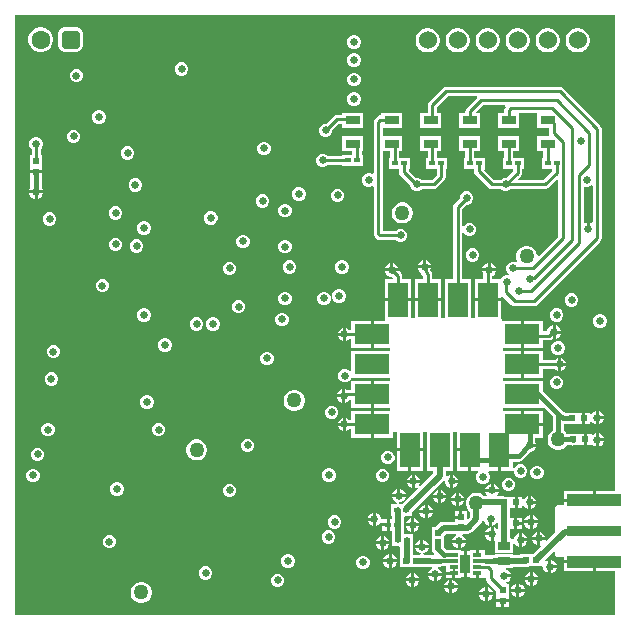
<source format=gtl>
G04*
G04 #@! TF.GenerationSoftware,Altium Limited,Altium Designer,24.9.1 (31)*
G04*
G04 Layer_Physical_Order=1*
G04 Layer_Color=255*
%FSLAX25Y25*%
%MOIN*%
G70*
G04*
G04 #@! TF.SameCoordinates,E493A569-BD46-4AD9-B400-18CC68C2C09C*
G04*
G04*
G04 #@! TF.FilePolarity,Positive*
G04*
G01*
G75*
%ADD11C,0.01000*%
%ADD17R,0.02165X0.02362*%
%ADD18R,0.11811X0.06693*%
%ADD19R,0.06693X0.11811*%
%ADD20R,0.17953X0.03937*%
%ADD21R,0.17953X0.03347*%
%ADD22R,0.01968X0.01772*%
%ADD23R,0.02047X0.02047*%
%ADD24R,0.04016X0.02520*%
%ADD25R,0.02953X0.01181*%
%ADD26R,0.03347X0.06496*%
%ADD27R,0.04900X0.03000*%
%ADD28R,0.01968X0.01968*%
%ADD29R,0.02047X0.02047*%
%ADD30R,0.01968X0.02165*%
%ADD41C,0.06000*%
%ADD44C,0.00500*%
%ADD45C,0.01700*%
%ADD46C,0.02050*%
%ADD47C,0.01500*%
%ADD48C,0.01200*%
%ADD49C,0.01750*%
G04:AMPARAMS|DCode=50|XSize=62.99mil|YSize=62.99mil|CornerRadius=15.75mil|HoleSize=0mil|Usage=FLASHONLY|Rotation=180.000|XOffset=0mil|YOffset=0mil|HoleType=Round|Shape=RoundedRectangle|*
%AMROUNDEDRECTD50*
21,1,0.06299,0.03150,0,0,180.0*
21,1,0.03150,0.06299,0,0,180.0*
1,1,0.03150,-0.01575,0.01575*
1,1,0.03150,0.01575,0.01575*
1,1,0.03150,0.01575,-0.01575*
1,1,0.03150,-0.01575,-0.01575*
%
%ADD50ROUNDEDRECTD50*%
%ADD51C,0.06299*%
%ADD52C,0.02500*%
%ADD53C,0.05000*%
G36*
X200000Y41284D02*
X193500D01*
Y38315D01*
X193000D01*
Y37815D01*
X183024D01*
Y36748D01*
X181000D01*
X180610Y36670D01*
X180279Y36449D01*
X180058Y36119D01*
X179980Y35728D01*
Y27554D01*
X177158Y24732D01*
X176757Y25000D01*
X175000D01*
Y23243D01*
X175268Y22842D01*
X172678Y20252D01*
X170632D01*
X170425Y20293D01*
X170219Y20252D01*
X168402D01*
Y20076D01*
X166008D01*
Y20240D01*
X159992D01*
Y20065D01*
X159500D01*
X158731Y19912D01*
X157000D01*
X156863Y19884D01*
X156476Y20202D01*
Y21661D01*
X154500D01*
Y20071D01*
X153500D01*
Y21661D01*
X151524D01*
Y21216D01*
X150563D01*
Y16969D01*
Y12720D01*
X151524D01*
Y12276D01*
X153500D01*
Y13866D01*
X154500D01*
Y12276D01*
X156476D01*
Y12276D01*
X156971Y12262D01*
Y12173D01*
X157087Y11588D01*
X157419Y11092D01*
X160417Y8093D01*
Y5992D01*
Y5327D01*
X162500D01*
X164583D01*
Y5992D01*
Y10354D01*
X163799D01*
X163699Y10854D01*
X164275Y11092D01*
X164908Y11726D01*
X165228Y12500D01*
X163000D01*
Y13500D01*
X165228D01*
X164908Y14275D01*
X164275Y14908D01*
X163448Y15250D01*
X163519Y15721D01*
X166008D01*
Y15947D01*
X170209D01*
X170999Y16104D01*
X171149Y16205D01*
X173368D01*
X173575Y16164D01*
X173781Y16205D01*
X175476D01*
X175598Y16205D01*
X175976Y15908D01*
Y15645D01*
X176318Y14818D01*
X176951Y14185D01*
X177726Y13864D01*
Y16093D01*
Y18321D01*
X176951Y18000D01*
X176636Y18369D01*
X179518Y21252D01*
X179980Y21061D01*
Y20228D01*
X180058Y19838D01*
X180279Y19507D01*
X180610Y19286D01*
X181000Y19209D01*
X183024D01*
Y18185D01*
X193000D01*
Y17685D01*
X193500D01*
Y14717D01*
X200000D01*
Y0D01*
X0D01*
Y200000D01*
X200000D01*
Y41284D01*
D02*
G37*
%LPC*%
G36*
X113448Y193250D02*
X112552D01*
X111725Y192908D01*
X111092Y192274D01*
X110750Y191448D01*
Y190552D01*
X111092Y189725D01*
X111725Y189093D01*
X112552Y188750D01*
X113448D01*
X114275Y189093D01*
X114908Y189725D01*
X115250Y190552D01*
Y191448D01*
X114908Y192274D01*
X114275Y192908D01*
X113448Y193250D01*
D02*
G37*
G36*
X9046Y195942D02*
X7954D01*
X6898Y195659D01*
X5952Y195113D01*
X5179Y194340D01*
X4633Y193394D01*
X4350Y192339D01*
Y191246D01*
X4633Y190191D01*
X5179Y189244D01*
X5952Y188472D01*
X6898Y187926D01*
X7954Y187643D01*
X9046D01*
X10102Y187926D01*
X11048Y188472D01*
X11821Y189244D01*
X12367Y190191D01*
X12650Y191246D01*
Y192339D01*
X12367Y193394D01*
X11821Y194340D01*
X11048Y195113D01*
X10102Y195659D01*
X9046Y195942D01*
D02*
G37*
G36*
X20075Y195964D02*
X16925D01*
X16253Y195876D01*
X15627Y195616D01*
X15089Y195203D01*
X14676Y194666D01*
X14417Y194039D01*
X14328Y193367D01*
Y190217D01*
X14417Y189545D01*
X14676Y188919D01*
X15089Y188381D01*
X15627Y187968D01*
X16253Y187709D01*
X16925Y187620D01*
X20075D01*
X20747Y187709D01*
X21373Y187968D01*
X21911Y188381D01*
X22324Y188919D01*
X22583Y189545D01*
X22672Y190217D01*
Y193367D01*
X22583Y194039D01*
X22324Y194666D01*
X21911Y195203D01*
X21373Y195616D01*
X20747Y195876D01*
X20075Y195964D01*
D02*
G37*
G36*
X188027Y195500D02*
X186973D01*
X185956Y195227D01*
X185044Y194701D01*
X184299Y193956D01*
X183773Y193044D01*
X183500Y192027D01*
Y190973D01*
X183773Y189956D01*
X184299Y189044D01*
X185044Y188299D01*
X185956Y187773D01*
X186973Y187500D01*
X188027D01*
X189044Y187773D01*
X189956Y188299D01*
X190701Y189044D01*
X191227Y189956D01*
X191500Y190973D01*
Y192027D01*
X191227Y193044D01*
X190701Y193956D01*
X189956Y194701D01*
X189044Y195227D01*
X188027Y195500D01*
D02*
G37*
G36*
X178027D02*
X176973D01*
X175956Y195227D01*
X175044Y194701D01*
X174299Y193956D01*
X173773Y193044D01*
X173500Y192027D01*
Y190973D01*
X173773Y189956D01*
X174299Y189044D01*
X175044Y188299D01*
X175956Y187773D01*
X176973Y187500D01*
X178027D01*
X179044Y187773D01*
X179956Y188299D01*
X180701Y189044D01*
X181227Y189956D01*
X181500Y190973D01*
Y192027D01*
X181227Y193044D01*
X180701Y193956D01*
X179956Y194701D01*
X179044Y195227D01*
X178027Y195500D01*
D02*
G37*
G36*
X168027D02*
X166973D01*
X165956Y195227D01*
X165044Y194701D01*
X164299Y193956D01*
X163773Y193044D01*
X163500Y192027D01*
Y190973D01*
X163773Y189956D01*
X164299Y189044D01*
X165044Y188299D01*
X165956Y187773D01*
X166973Y187500D01*
X168027D01*
X169044Y187773D01*
X169956Y188299D01*
X170701Y189044D01*
X171227Y189956D01*
X171500Y190973D01*
Y192027D01*
X171227Y193044D01*
X170701Y193956D01*
X169956Y194701D01*
X169044Y195227D01*
X168027Y195500D01*
D02*
G37*
G36*
X158027D02*
X156973D01*
X155956Y195227D01*
X155044Y194701D01*
X154299Y193956D01*
X153773Y193044D01*
X153500Y192027D01*
Y190973D01*
X153773Y189956D01*
X154299Y189044D01*
X155044Y188299D01*
X155956Y187773D01*
X156973Y187500D01*
X158027D01*
X159044Y187773D01*
X159956Y188299D01*
X160701Y189044D01*
X161227Y189956D01*
X161500Y190973D01*
Y192027D01*
X161227Y193044D01*
X160701Y193956D01*
X159956Y194701D01*
X159044Y195227D01*
X158027Y195500D01*
D02*
G37*
G36*
X148027D02*
X146973D01*
X145956Y195227D01*
X145044Y194701D01*
X144299Y193956D01*
X143773Y193044D01*
X143500Y192027D01*
Y190973D01*
X143773Y189956D01*
X144299Y189044D01*
X145044Y188299D01*
X145956Y187773D01*
X146973Y187500D01*
X148027D01*
X149044Y187773D01*
X149956Y188299D01*
X150701Y189044D01*
X151227Y189956D01*
X151500Y190973D01*
Y192027D01*
X151227Y193044D01*
X150701Y193956D01*
X149956Y194701D01*
X149044Y195227D01*
X148027Y195500D01*
D02*
G37*
G36*
X138027D02*
X136973D01*
X135956Y195227D01*
X135044Y194701D01*
X134299Y193956D01*
X133773Y193044D01*
X133500Y192027D01*
Y190973D01*
X133773Y189956D01*
X134299Y189044D01*
X135044Y188299D01*
X135956Y187773D01*
X136973Y187500D01*
X138027D01*
X139044Y187773D01*
X139956Y188299D01*
X140701Y189044D01*
X141227Y189956D01*
X141500Y190973D01*
Y192027D01*
X141227Y193044D01*
X140701Y193956D01*
X139956Y194701D01*
X139044Y195227D01*
X138027Y195500D01*
D02*
G37*
G36*
X113448Y187250D02*
X112552D01*
X111725Y186907D01*
X111092Y186275D01*
X110750Y185448D01*
Y184552D01*
X111092Y183726D01*
X111725Y183092D01*
X112552Y182750D01*
X113448D01*
X114275Y183092D01*
X114908Y183726D01*
X115250Y184552D01*
Y185448D01*
X114908Y186275D01*
X114275Y186907D01*
X113448Y187250D01*
D02*
G37*
G36*
X55948Y184250D02*
X55052D01*
X54225Y183907D01*
X53592Y183274D01*
X53250Y182448D01*
Y181552D01*
X53592Y180726D01*
X54225Y180093D01*
X55052Y179750D01*
X55948D01*
X56774Y180093D01*
X57407Y180726D01*
X57750Y181552D01*
Y182448D01*
X57407Y183274D01*
X56774Y183907D01*
X55948Y184250D01*
D02*
G37*
G36*
X20846Y182042D02*
X19951D01*
X19124Y181700D01*
X18491Y181067D01*
X18149Y180240D01*
Y179345D01*
X18491Y178518D01*
X19124Y177885D01*
X19951Y177542D01*
X20846D01*
X21673Y177885D01*
X22306Y178518D01*
X22649Y179345D01*
Y180240D01*
X22306Y181067D01*
X21673Y181700D01*
X20846Y182042D01*
D02*
G37*
G36*
X113448Y180750D02*
X112552D01*
X111725Y180408D01*
X111092Y179774D01*
X110750Y178948D01*
Y178052D01*
X111092Y177225D01*
X111725Y176593D01*
X112552Y176250D01*
X113448D01*
X114275Y176593D01*
X114908Y177225D01*
X115250Y178052D01*
Y178948D01*
X114908Y179774D01*
X114275Y180408D01*
X113448Y180750D01*
D02*
G37*
G36*
Y174250D02*
X112552D01*
X111725Y173907D01*
X111092Y173275D01*
X110750Y172448D01*
Y171552D01*
X111092Y170726D01*
X111725Y170092D01*
X112552Y169750D01*
X113448D01*
X114275Y170092D01*
X114908Y170726D01*
X115250Y171552D01*
Y172448D01*
X114908Y173275D01*
X114275Y173907D01*
X113448Y174250D01*
D02*
G37*
G36*
X28448Y168250D02*
X27552D01*
X26726Y167908D01*
X26092Y167274D01*
X25750Y166448D01*
Y165552D01*
X26092Y164725D01*
X26726Y164093D01*
X27552Y163750D01*
X28448D01*
X29274Y164093D01*
X29908Y164725D01*
X30250Y165552D01*
Y166448D01*
X29908Y167274D01*
X29274Y167908D01*
X28448Y168250D01*
D02*
G37*
G36*
X115950Y167350D02*
X109050D01*
Y166729D01*
X107200D01*
X106615Y166613D01*
X106119Y166281D01*
X103587Y163750D01*
X103052D01*
X102225Y163408D01*
X101593Y162775D01*
X101250Y161948D01*
Y161052D01*
X101593Y160225D01*
X102225Y159592D01*
X103052Y159250D01*
X103948D01*
X104774Y159592D01*
X105408Y160225D01*
X105750Y161052D01*
Y161587D01*
X107834Y163671D01*
X109050D01*
Y162350D01*
X115950D01*
Y167350D01*
D02*
G37*
G36*
X19948Y161750D02*
X19052D01*
X18225Y161407D01*
X17593Y160775D01*
X17250Y159948D01*
Y159052D01*
X17593Y158226D01*
X18225Y157592D01*
X19052Y157250D01*
X19948D01*
X20775Y157592D01*
X21407Y158226D01*
X21750Y159052D01*
Y159948D01*
X21407Y160775D01*
X20775Y161407D01*
X19948Y161750D01*
D02*
G37*
G36*
X83448Y157750D02*
X82552D01*
X81726Y157407D01*
X81093Y156774D01*
X80750Y155948D01*
Y155052D01*
X81093Y154226D01*
X81726Y153593D01*
X82552Y153250D01*
X83448D01*
X84275Y153593D01*
X84908Y154226D01*
X85250Y155052D01*
Y155948D01*
X84908Y156774D01*
X84275Y157407D01*
X83448Y157750D01*
D02*
G37*
G36*
X115950Y159650D02*
X109050D01*
Y154650D01*
X112447D01*
Y153386D01*
X109039D01*
Y153029D01*
X104153D01*
X103774Y153408D01*
X102948Y153750D01*
X102052D01*
X101225Y153408D01*
X100593Y152775D01*
X100250Y151948D01*
Y151052D01*
X100593Y150225D01*
X101225Y149592D01*
X102052Y149250D01*
X102948D01*
X103774Y149592D01*
X104153Y149971D01*
X109039D01*
Y149614D01*
X115961D01*
Y153386D01*
X115506D01*
Y154650D01*
X115950D01*
Y159650D01*
D02*
G37*
G36*
X37948Y156250D02*
X37052D01*
X36226Y155907D01*
X35592Y155274D01*
X35250Y154448D01*
Y153552D01*
X35592Y152726D01*
X36226Y152093D01*
X37052Y151750D01*
X37948D01*
X38774Y152093D01*
X39408Y152726D01*
X39750Y153552D01*
Y154448D01*
X39408Y155274D01*
X38774Y155907D01*
X37948Y156250D01*
D02*
G37*
G36*
X7447Y159250D02*
X6553D01*
X5725Y158907D01*
X5093Y158274D01*
X4750Y157448D01*
Y156552D01*
X5093Y155726D01*
X5471Y155347D01*
Y153354D01*
X4917D01*
Y148992D01*
Y148327D01*
X7000D01*
X9083D01*
Y148992D01*
Y153354D01*
X8529D01*
Y155347D01*
X8907Y155726D01*
X9250Y156552D01*
Y157448D01*
X8907Y158274D01*
X8275Y158907D01*
X7447Y159250D01*
D02*
G37*
G36*
X181500Y176029D02*
X143595D01*
X143009Y175913D01*
X142513Y175581D01*
X137966Y171034D01*
X137634Y170538D01*
X137518Y169953D01*
Y167350D01*
X135050D01*
Y162350D01*
X141950D01*
Y167350D01*
X140577D01*
Y169319D01*
X144228Y172971D01*
X153820D01*
X153868Y172908D01*
X154005Y172471D01*
X150466Y168931D01*
X150134Y168435D01*
X150018Y167850D01*
Y167350D01*
X148097D01*
Y162350D01*
X154997D01*
Y167350D01*
X153863D01*
X153672Y167812D01*
X155831Y169971D01*
X163287D01*
X163403Y169691D01*
X163449Y169471D01*
X163134Y169000D01*
X163018Y168414D01*
Y167350D01*
X161097D01*
Y162350D01*
X167997D01*
Y167350D01*
X168447Y167471D01*
X173647D01*
X174097Y167350D01*
Y162350D01*
X177968D01*
Y160564D01*
X178050Y160150D01*
X177749Y159650D01*
X174097D01*
Y154650D01*
X175994D01*
Y152386D01*
X175539D01*
Y148614D01*
X178947D01*
Y148110D01*
X175866Y145029D01*
X167846D01*
X167654Y145491D01*
X168558Y146395D01*
X168889Y146891D01*
X169006Y147476D01*
Y148614D01*
X169461D01*
Y152386D01*
X166053D01*
Y154650D01*
X167997D01*
Y159650D01*
X161097D01*
Y154650D01*
X162994D01*
Y152386D01*
X162539D01*
Y148614D01*
X165947D01*
Y148110D01*
X163587Y145750D01*
X163052D01*
X162225Y145407D01*
X161847Y145029D01*
X159634D01*
X156340Y148323D01*
X156461Y148614D01*
X156461D01*
Y152386D01*
X153053D01*
Y154650D01*
X154997D01*
Y159650D01*
X148097D01*
Y154650D01*
X149994D01*
Y152386D01*
X149539D01*
Y148614D01*
X152971D01*
Y148000D01*
X153087Y147415D01*
X153419Y146919D01*
X157919Y142419D01*
X158415Y142087D01*
X159000Y141971D01*
X161847D01*
X162225Y141593D01*
X163052Y141250D01*
X163948D01*
X164775Y141593D01*
X165153Y141971D01*
X176500D01*
X177085Y142087D01*
X177581Y142419D01*
X180469Y145306D01*
X180931Y145115D01*
Y126144D01*
X174462Y119675D01*
X174000Y119866D01*
Y119961D01*
X173761Y120851D01*
X173301Y121649D01*
X172649Y122301D01*
X171851Y122761D01*
X170961Y123000D01*
X170039D01*
X169149Y122761D01*
X168351Y122301D01*
X167699Y121649D01*
X167238Y120851D01*
X167000Y119961D01*
Y119039D01*
X167238Y118149D01*
X167379Y117905D01*
X167031Y117508D01*
X166448Y117750D01*
X165552D01*
X164725Y117408D01*
X164093Y116774D01*
X163750Y115948D01*
Y115052D01*
X164093Y114225D01*
X164606Y113712D01*
X164530Y113490D01*
X164361Y113250D01*
X163552D01*
X162725Y112908D01*
X162092Y112275D01*
X162092Y112275D01*
X162031Y112173D01*
X161850Y111906D01*
X159033D01*
Y112993D01*
X159274Y113093D01*
X159907Y113725D01*
X160228Y114500D01*
X155772D01*
X155974Y114010D01*
Y111906D01*
X153157D01*
Y105500D01*
X157504D01*
X161850D01*
Y106369D01*
X162350Y106521D01*
X162419Y106419D01*
X165419Y103419D01*
X165915Y103087D01*
X166500Y102971D01*
X173000D01*
X173585Y103087D01*
X174081Y103419D01*
X195081Y124419D01*
X195413Y124915D01*
X195529Y125500D01*
Y162000D01*
X195413Y162585D01*
X195081Y163081D01*
X182581Y175581D01*
X182085Y175913D01*
X181500Y176029D01*
D02*
G37*
G36*
X9083Y147327D02*
X7000D01*
X4917D01*
Y145646D01*
X5114D01*
Y142296D01*
X5093Y142274D01*
X4772Y141500D01*
X9228D01*
X8907Y142274D01*
X8886Y142296D01*
Y145646D01*
X9083D01*
Y147327D01*
D02*
G37*
G36*
X128950Y167350D02*
X122050D01*
Y166529D01*
X121586D01*
X121001Y166413D01*
X120504Y166081D01*
X119919Y165496D01*
X119587Y164999D01*
X119471Y164414D01*
Y147365D01*
X118971Y147033D01*
X118448Y147250D01*
X117552D01*
X116726Y146907D01*
X116093Y146274D01*
X115750Y145448D01*
Y144552D01*
X116093Y143726D01*
X116726Y143093D01*
X117552Y142750D01*
X118448D01*
X118971Y142967D01*
X119471Y142635D01*
Y127086D01*
X119587Y126500D01*
X119919Y126004D01*
X120504Y125419D01*
X121001Y125087D01*
X121586Y124971D01*
X126847D01*
X127225Y124592D01*
X128052Y124250D01*
X128948D01*
X129774Y124592D01*
X130408Y125225D01*
X130750Y126052D01*
Y126948D01*
X130408Y127775D01*
X129774Y128408D01*
X128948Y128750D01*
X128052D01*
X127225Y128408D01*
X126847Y128029D01*
X122529D01*
Y154650D01*
X124994D01*
Y152386D01*
X124539D01*
Y148614D01*
X127947D01*
Y147618D01*
X128063Y147032D01*
X128395Y146536D01*
X131750Y143181D01*
Y143052D01*
X132092Y142226D01*
X132726Y141593D01*
X133552Y141250D01*
X134448D01*
X135275Y141593D01*
X135653Y141971D01*
X139500D01*
X140085Y142087D01*
X140581Y142419D01*
X143081Y144919D01*
X143413Y145415D01*
X143529Y146000D01*
Y148614D01*
X143984D01*
Y152386D01*
X140577D01*
Y154650D01*
X141950D01*
Y159650D01*
X135050D01*
Y154650D01*
X137518D01*
Y152386D01*
X137063D01*
Y148614D01*
X140471D01*
Y146634D01*
X138866Y145029D01*
X135653D01*
X135275Y145407D01*
X134448Y145750D01*
X133552D01*
X133520Y145737D01*
X131143Y148114D01*
X131337Y148614D01*
X131461D01*
Y152386D01*
X128053D01*
Y154650D01*
X128950D01*
Y159650D01*
X122529D01*
Y162350D01*
X128950D01*
Y167350D01*
D02*
G37*
G36*
X40482Y145542D02*
X39587D01*
X38760Y145200D01*
X38127Y144567D01*
X37784Y143740D01*
Y142845D01*
X38127Y142018D01*
X38760Y141385D01*
X39587Y141042D01*
X40482D01*
X41309Y141385D01*
X41942Y142018D01*
X42284Y142845D01*
Y143740D01*
X41942Y144567D01*
X41309Y145200D01*
X40482Y145542D01*
D02*
G37*
G36*
X9228Y140500D02*
X7500D01*
Y138772D01*
X8275Y139093D01*
X8907Y139725D01*
X9228Y140500D01*
D02*
G37*
G36*
X6500D02*
X4772D01*
X5093Y139725D01*
X5725Y139093D01*
X6500Y138772D01*
Y140500D01*
D02*
G37*
G36*
X94995Y142541D02*
X94100D01*
X93273Y142199D01*
X92640Y141566D01*
X92298Y140739D01*
Y139843D01*
X92640Y139016D01*
X93273Y138384D01*
X94100Y138041D01*
X94995D01*
X95822Y138384D01*
X96455Y139016D01*
X96798Y139843D01*
Y140739D01*
X96455Y141566D01*
X95822Y142199D01*
X94995Y142541D01*
D02*
G37*
G36*
X107948Y142093D02*
X107052D01*
X106226Y141751D01*
X105593Y141118D01*
X105250Y140291D01*
Y139396D01*
X105593Y138569D01*
X106226Y137936D01*
X107052Y137593D01*
X107948D01*
X108774Y137936D01*
X109407Y138569D01*
X109750Y139396D01*
Y140291D01*
X109407Y141118D01*
X108774Y141751D01*
X107948Y142093D01*
D02*
G37*
G36*
X82948Y140250D02*
X82052D01*
X81226Y139908D01*
X80593Y139275D01*
X80250Y138448D01*
Y137552D01*
X80593Y136725D01*
X81226Y136092D01*
X82052Y135750D01*
X82948D01*
X83775Y136092D01*
X84408Y136725D01*
X84750Y137552D01*
Y138448D01*
X84408Y139275D01*
X83775Y139908D01*
X82948Y140250D01*
D02*
G37*
G36*
X90448Y137042D02*
X89552D01*
X88726Y136700D01*
X88092Y136067D01*
X87750Y135240D01*
Y134345D01*
X88092Y133518D01*
X88726Y132885D01*
X89552Y132542D01*
X90448D01*
X91274Y132885D01*
X91908Y133518D01*
X92250Y134345D01*
Y135240D01*
X91908Y136067D01*
X91274Y136700D01*
X90448Y137042D01*
D02*
G37*
G36*
X33948Y136250D02*
X33052D01*
X32225Y135907D01*
X31593Y135275D01*
X31250Y134448D01*
Y133552D01*
X31593Y132726D01*
X32225Y132092D01*
X33052Y131750D01*
X33948D01*
X34775Y132092D01*
X35408Y132726D01*
X35750Y133552D01*
Y134448D01*
X35408Y135275D01*
X34775Y135907D01*
X33948Y136250D01*
D02*
G37*
G36*
X129461Y137500D02*
X128539D01*
X127649Y137261D01*
X126851Y136801D01*
X126199Y136149D01*
X125739Y135351D01*
X125500Y134461D01*
Y133539D01*
X125739Y132649D01*
X126199Y131851D01*
X126851Y131199D01*
X127649Y130738D01*
X128539Y130500D01*
X129461D01*
X130351Y130738D01*
X131149Y131199D01*
X131801Y131851D01*
X132262Y132649D01*
X132500Y133539D01*
Y134461D01*
X132262Y135351D01*
X131801Y136149D01*
X131149Y136801D01*
X130351Y137261D01*
X129461Y137500D01*
D02*
G37*
G36*
X65647Y134542D02*
X64752D01*
X63925Y134200D01*
X63292Y133567D01*
X62949Y132740D01*
Y131845D01*
X63292Y131018D01*
X63925Y130385D01*
X64752Y130042D01*
X65647D01*
X66474Y130385D01*
X67107Y131018D01*
X67449Y131845D01*
Y132740D01*
X67107Y133567D01*
X66474Y134200D01*
X65647Y134542D01*
D02*
G37*
G36*
X11947Y134250D02*
X11052D01*
X10226Y133907D01*
X9593Y133274D01*
X9250Y132448D01*
Y131552D01*
X9593Y130726D01*
X10226Y130093D01*
X11052Y129750D01*
X11947D01*
X12775Y130093D01*
X13408Y130726D01*
X13750Y131552D01*
Y132448D01*
X13408Y133274D01*
X12775Y133907D01*
X11947Y134250D01*
D02*
G37*
G36*
X43448Y131250D02*
X42552D01*
X41726Y130907D01*
X41093Y130274D01*
X40750Y129448D01*
Y128552D01*
X41093Y127726D01*
X41726Y127093D01*
X42552Y126750D01*
X43448D01*
X44275Y127093D01*
X44908Y127726D01*
X45250Y128552D01*
Y129448D01*
X44908Y130274D01*
X44275Y130907D01*
X43448Y131250D01*
D02*
G37*
G36*
X150948Y141250D02*
X150052D01*
X149225Y140908D01*
X148592Y140275D01*
X148250Y139448D01*
Y138913D01*
X146423Y137085D01*
X146091Y136589D01*
X145975Y136004D01*
Y111906D01*
X143157D01*
Y99020D01*
X141850D01*
Y104500D01*
X137504D01*
X133158D01*
Y99020D01*
X131811D01*
Y104500D01*
X127465D01*
X123118D01*
Y98094D01*
X122719Y97850D01*
X119500D01*
Y93504D01*
Y89157D01*
X124980D01*
Y87850D01*
X112094D01*
Y81393D01*
X111594Y81186D01*
X111123Y81657D01*
X110296Y82000D01*
X109400D01*
X108574Y81657D01*
X107941Y81024D01*
X107598Y80198D01*
Y79302D01*
X107941Y78475D01*
X108574Y77842D01*
X109400Y77500D01*
X110296D01*
X111123Y77842D01*
X111756Y78475D01*
X111861Y78730D01*
X112094Y79158D01*
Y79158D01*
X112094Y79158D01*
X124980D01*
Y77850D01*
X119500D01*
Y73504D01*
Y69157D01*
X124980D01*
Y67850D01*
X119500D01*
Y63504D01*
Y59158D01*
X125906D01*
Y60903D01*
X126000Y60980D01*
X127134D01*
Y55500D01*
X131480D01*
X135827D01*
Y60980D01*
X137134D01*
Y48094D01*
X139416D01*
Y47260D01*
X135036Y42881D01*
X134679Y43225D01*
X135000Y44000D01*
X133272D01*
Y42272D01*
X134046Y42592D01*
X134391Y42235D01*
X129042Y36886D01*
X128370D01*
X128337Y36908D01*
X127916Y36991D01*
X127749Y37025D01*
X127751Y37049D01*
X127751D01*
X127795Y37495D01*
X127891Y37525D01*
X128355D01*
X129182Y37867D01*
X129815Y38500D01*
X130136Y39274D01*
X125679D01*
X126000Y38500D01*
X126633Y37867D01*
X126968Y37728D01*
X127227Y37144D01*
X127216Y37085D01*
X127172Y36990D01*
X126757Y36908D01*
X126725Y36886D01*
X125307D01*
Y33114D01*
X125459D01*
Y31886D01*
X124791D01*
Y30000D01*
Y28114D01*
X125459D01*
Y25024D01*
X125563Y24501D01*
Y23114D01*
X126725D01*
X126757Y23092D01*
X127547Y22935D01*
X127898Y23005D01*
X128398Y22595D01*
Y18034D01*
X128402Y18015D01*
Y15972D01*
X130444D01*
X130463Y15969D01*
X130481Y15972D01*
X133368D01*
X133575Y15931D01*
X138268D01*
X139058Y16089D01*
X139216Y15649D01*
X139224Y15614D01*
X138725Y15407D01*
X138093Y14774D01*
X137772Y14000D01*
X142228D01*
X141908Y14774D01*
X141274Y15407D01*
X140777Y15614D01*
X140876Y16114D01*
X141500D01*
X142222Y16257D01*
X142388Y16369D01*
X143650D01*
Y14366D01*
X146126D01*
Y13866D01*
X146626D01*
Y12276D01*
X148602D01*
Y12720D01*
X149563D01*
Y16969D01*
Y21216D01*
X148602D01*
Y21661D01*
X146331D01*
X146126Y21702D01*
X143965D01*
X143065Y22603D01*
Y24252D01*
X142984Y24656D01*
Y26286D01*
X143708Y27010D01*
X146874D01*
X146973Y26510D01*
X146725Y26408D01*
X146092Y25774D01*
X145772Y25000D01*
X150228D01*
X149908Y25774D01*
X149275Y26408D01*
X149027Y26510D01*
X149126Y27010D01*
X150925D01*
X151715Y27167D01*
X152385Y27615D01*
X155235Y30465D01*
X155683Y31135D01*
X155718Y31310D01*
X156233Y31521D01*
X156267Y31510D01*
X156593Y30725D01*
X157226Y30092D01*
X158000Y29772D01*
Y32000D01*
X159000D01*
Y29772D01*
X159774Y30092D01*
X160407Y30725D01*
X160467Y30869D01*
X160967Y30769D01*
Y28922D01*
X160467Y28715D01*
X160275Y28907D01*
X159500Y29228D01*
Y27000D01*
Y24772D01*
X159576Y24803D01*
X159992Y24526D01*
Y20760D01*
X166008D01*
Y23830D01*
X166508Y23930D01*
X166593Y23726D01*
X167226Y23092D01*
X168000Y22772D01*
Y25000D01*
Y27228D01*
X167226Y26908D01*
X166593Y26274D01*
X166332Y25645D01*
X166112Y25398D01*
X165788Y25280D01*
X165450D01*
X165096Y25633D01*
Y28516D01*
X166437D01*
Y30500D01*
Y32484D01*
X165096D01*
Y35516D01*
X166469D01*
Y37500D01*
Y39484D01*
X163436D01*
X163031Y39565D01*
X160954D01*
X160747Y40065D01*
X160907Y40225D01*
X161228Y41000D01*
X156772D01*
X157092Y40225D01*
X157253Y40065D01*
X157046Y39565D01*
X156436D01*
X155924Y40076D01*
X155126Y40537D01*
X154236Y40775D01*
X153315D01*
X152425Y40537D01*
X151626Y40076D01*
X150975Y39424D01*
X150514Y38626D01*
X150275Y37736D01*
Y36815D01*
X150514Y35925D01*
X150975Y35126D01*
X151626Y34475D01*
X151711Y34426D01*
Y32780D01*
X150986Y32055D01*
X150524Y32246D01*
Y34524D01*
X149000D01*
Y32500D01*
X148500D01*
Y32000D01*
X146476D01*
Y31139D01*
X142853D01*
X142063Y30982D01*
X141393Y30535D01*
X140146Y29287D01*
X139016D01*
Y27626D01*
X138935Y27222D01*
Y27205D01*
X139016Y26800D01*
Y24656D01*
X138935Y24252D01*
Y22000D01*
X139093Y21210D01*
X139540Y20540D01*
X139770Y20386D01*
X139619Y19886D01*
X139094D01*
X139062Y19907D01*
X138272Y20065D01*
X138252Y20061D01*
X136127D01*
X136040Y20525D01*
X136867Y20867D01*
X137500Y21500D01*
X137821Y22275D01*
X133364D01*
X133685Y21500D01*
X134318Y20867D01*
X135145Y20525D01*
X135058Y20061D01*
X133575D01*
X133368Y20020D01*
X132527D01*
Y24963D01*
X132484Y25179D01*
Y26886D01*
X131174D01*
X130463Y27027D01*
X130088Y26953D01*
X129588Y27332D01*
Y29976D01*
X129584Y30000D01*
X129588Y30024D01*
Y32672D01*
X129975Y32989D01*
X130244Y32935D01*
X131034Y33092D01*
X131067Y33114D01*
X132228D01*
Y34233D01*
X142750Y44755D01*
X143250Y44547D01*
Y44052D01*
X143593Y43225D01*
X144226Y42592D01*
X145000Y42272D01*
Y44500D01*
Y46728D01*
X144226Y46407D01*
X144013Y46195D01*
X143611Y46375D01*
X143545Y46434D01*
Y48094D01*
X145827D01*
Y60980D01*
X147173D01*
Y55500D01*
X151520D01*
Y55000D01*
X152020D01*
Y48094D01*
X154205D01*
X154412Y47594D01*
X154093Y47275D01*
X153750Y46448D01*
Y45552D01*
X154093Y44725D01*
X154726Y44093D01*
X155552Y43750D01*
X156448D01*
X157274Y44093D01*
X157907Y44725D01*
X158250Y45552D01*
Y46448D01*
X157907Y47275D01*
X157588Y47594D01*
X157795Y48094D01*
X160941D01*
Y55000D01*
X161941D01*
Y48094D01*
X165620Y48094D01*
X165620Y48094D01*
X165620Y48094D01*
X166084Y48037D01*
X166250Y48004D01*
X166250Y47976D01*
Y47552D01*
X166593Y46725D01*
X167226Y46093D01*
X168052Y45750D01*
X168948D01*
X169774Y46093D01*
X170407Y46725D01*
X170750Y47552D01*
Y48448D01*
X170407Y49275D01*
X169774Y49907D01*
X168948Y50250D01*
X168052D01*
X167226Y49907D01*
X166593Y49275D01*
X166275Y48509D01*
X166250Y48448D01*
X165787Y48538D01*
X165787Y48594D01*
Y51114D01*
X167783D01*
X168505Y51257D01*
X169117Y51666D01*
X171701Y54250D01*
X171948D01*
X172775Y54593D01*
X173407Y55225D01*
X173728Y56000D01*
X171500D01*
Y57000D01*
X173728D01*
X173407Y57775D01*
X173386Y57796D01*
Y59158D01*
X175906D01*
Y63004D01*
X169000D01*
Y63504D01*
X168500D01*
Y67850D01*
X162520D01*
Y69157D01*
X175906D01*
Y69157D01*
X176240Y69296D01*
X179216Y66320D01*
Y61511D01*
X178851Y61301D01*
X178199Y60649D01*
X177738Y59851D01*
X177500Y58961D01*
Y58039D01*
X177738Y57149D01*
X178199Y56351D01*
X178851Y55699D01*
X179649Y55238D01*
X180539Y55000D01*
X181461D01*
X182351Y55238D01*
X183149Y55699D01*
X183671Y56221D01*
X184047Y56520D01*
X185635D01*
X185797Y56487D01*
X185960Y56520D01*
X189469D01*
Y58504D01*
Y60488D01*
X184047D01*
X183669Y60781D01*
X183149Y61301D01*
X182784Y61511D01*
Y63720D01*
X183579D01*
Y63520D01*
X189000D01*
Y65504D01*
Y67488D01*
X183579D01*
Y67488D01*
X183083Y67499D01*
X182262Y68321D01*
X182262Y68321D01*
X175906Y74677D01*
Y77850D01*
X162520D01*
Y79158D01*
X168500D01*
Y83504D01*
Y87850D01*
X162520D01*
Y89157D01*
X168500D01*
Y93504D01*
Y97850D01*
X162520D01*
Y98000D01*
X162442Y98390D01*
X162221Y98721D01*
X161890Y98942D01*
X161850Y98950D01*
Y104500D01*
X157504D01*
X153157D01*
Y99020D01*
X151850D01*
Y111906D01*
X149033D01*
Y127269D01*
X149533Y127368D01*
X149592Y127225D01*
X150225Y126593D01*
X151052Y126250D01*
X151948D01*
X152775Y126593D01*
X153408Y127225D01*
X153750Y128052D01*
Y128948D01*
X153408Y129774D01*
X152775Y130408D01*
X151948Y130750D01*
X151052D01*
X150225Y130408D01*
X149592Y129774D01*
X149533Y129632D01*
X149033Y129731D01*
Y135371D01*
X150413Y136750D01*
X150948D01*
X151775Y137092D01*
X152408Y137725D01*
X152750Y138552D01*
Y139448D01*
X152408Y140275D01*
X151775Y140908D01*
X150948Y141250D01*
D02*
G37*
G36*
X76448Y126750D02*
X75552D01*
X74726Y126408D01*
X74093Y125775D01*
X73750Y124948D01*
Y124052D01*
X74093Y123225D01*
X74726Y122592D01*
X75552Y122250D01*
X76448D01*
X77275Y122592D01*
X77908Y123225D01*
X78250Y124052D01*
Y124948D01*
X77908Y125775D01*
X77275Y126408D01*
X76448Y126750D01*
D02*
G37*
G36*
X33948Y125750D02*
X33052D01*
X32225Y125408D01*
X31593Y124775D01*
X31250Y123948D01*
Y123052D01*
X31593Y122225D01*
X32225Y121592D01*
X33052Y121250D01*
X33948D01*
X34775Y121592D01*
X35408Y122225D01*
X35750Y123052D01*
Y123948D01*
X35408Y124775D01*
X34775Y125408D01*
X33948Y125750D01*
D02*
G37*
G36*
X40948Y125250D02*
X40052D01*
X39226Y124908D01*
X38592Y124275D01*
X38250Y123448D01*
Y122552D01*
X38592Y121725D01*
X39226Y121092D01*
X40052Y120750D01*
X40948D01*
X41774Y121092D01*
X42408Y121725D01*
X42750Y122552D01*
Y123448D01*
X42408Y124275D01*
X41774Y124908D01*
X40948Y125250D01*
D02*
G37*
G36*
X90448Y125042D02*
X89552D01*
X88726Y124700D01*
X88092Y124067D01*
X87750Y123240D01*
Y122345D01*
X88092Y121518D01*
X88726Y120885D01*
X89552Y120542D01*
X90448D01*
X91274Y120885D01*
X91908Y121518D01*
X92250Y122345D01*
Y123240D01*
X91908Y124067D01*
X91274Y124700D01*
X90448Y125042D01*
D02*
G37*
G36*
X152948Y122250D02*
X152052D01*
X151225Y121907D01*
X150593Y121274D01*
X150250Y120448D01*
Y119552D01*
X150593Y118726D01*
X151225Y118093D01*
X152052Y117750D01*
X152948D01*
X153774Y118093D01*
X154408Y118726D01*
X154750Y119552D01*
Y120448D01*
X154408Y121274D01*
X153774Y121907D01*
X152948Y122250D01*
D02*
G37*
G36*
X137000Y118228D02*
Y116500D01*
X138728D01*
X138408Y117274D01*
X137775Y117908D01*
X137000Y118228D01*
D02*
G37*
G36*
X136000D02*
X135225Y117908D01*
X134592Y117274D01*
X134272Y116500D01*
X136000D01*
Y118228D01*
D02*
G37*
G36*
X158500Y117228D02*
Y115500D01*
X160228D01*
X159907Y116274D01*
X159274Y116908D01*
X158500Y117228D01*
D02*
G37*
G36*
X157500D02*
X156726Y116908D01*
X156093Y116274D01*
X155772Y115500D01*
X157500D01*
Y117228D01*
D02*
G37*
G36*
X126000D02*
Y115500D01*
X127728D01*
X127408Y116274D01*
X126775Y116908D01*
X126000Y117228D01*
D02*
G37*
G36*
X125000D02*
X124225Y116908D01*
X123592Y116274D01*
X123272Y115500D01*
X125000D01*
Y117228D01*
D02*
G37*
G36*
X109448Y118250D02*
X108552D01*
X107726Y117908D01*
X107092Y117274D01*
X106750Y116448D01*
Y115552D01*
X107092Y114725D01*
X107726Y114093D01*
X108552Y113750D01*
X109448D01*
X110275Y114093D01*
X110907Y114725D01*
X111250Y115552D01*
Y116448D01*
X110907Y117274D01*
X110275Y117908D01*
X109448Y118250D01*
D02*
G37*
G36*
X91948D02*
X91052D01*
X90225Y117908D01*
X89592Y117274D01*
X89250Y116448D01*
Y115552D01*
X89592Y114725D01*
X90225Y114093D01*
X91052Y113750D01*
X91948D01*
X92774Y114093D01*
X93407Y114725D01*
X93750Y115552D01*
Y116448D01*
X93407Y117274D01*
X92774Y117908D01*
X91948Y118250D01*
D02*
G37*
G36*
X71948Y117750D02*
X71052D01*
X70226Y117408D01*
X69592Y116774D01*
X69250Y115948D01*
Y115052D01*
X69592Y114225D01*
X70226Y113593D01*
X71052Y113250D01*
X71948D01*
X72774Y113593D01*
X73408Y114225D01*
X73750Y115052D01*
Y115948D01*
X73408Y116774D01*
X72774Y117408D01*
X71948Y117750D01*
D02*
G37*
G36*
X29526Y112063D02*
X28631D01*
X27804Y111721D01*
X27171Y111088D01*
X26829Y110261D01*
Y109366D01*
X27171Y108539D01*
X27804Y107906D01*
X28631Y107563D01*
X29526D01*
X30353Y107906D01*
X30986Y108539D01*
X31329Y109366D01*
Y110261D01*
X30986Y111088D01*
X30353Y111721D01*
X29526Y112063D01*
D02*
G37*
G36*
X138728Y115500D02*
X134272D01*
X134592Y114725D01*
X135225Y114093D01*
X135307Y114059D01*
X135374Y113722D01*
X135706Y113226D01*
X135975Y112957D01*
Y111906D01*
X133158D01*
Y105500D01*
X137504D01*
X141850D01*
Y111906D01*
X139033D01*
Y113590D01*
X138917Y114175D01*
X138585Y114672D01*
X138444Y114813D01*
X138728Y115500D01*
D02*
G37*
G36*
X128163Y114500D02*
X123272D01*
X123592Y113725D01*
X124225Y113093D01*
X125052Y112750D01*
X125576D01*
X125919Y112406D01*
X125899Y111906D01*
X123118D01*
Y105500D01*
X127465D01*
X131811D01*
Y111906D01*
X128994D01*
Y113035D01*
X128877Y113621D01*
X128546Y114117D01*
X128163Y114500D01*
D02*
G37*
G36*
X108448Y108542D02*
X107552D01*
X106726Y108200D01*
X106093Y107567D01*
X105750Y106740D01*
Y105845D01*
X106093Y105018D01*
X106726Y104385D01*
X107552Y104042D01*
X108448D01*
X109274Y104385D01*
X109907Y105018D01*
X110250Y105845D01*
Y106740D01*
X109907Y107567D01*
X109274Y108200D01*
X108448Y108542D01*
D02*
G37*
G36*
X103448Y107750D02*
X102552D01*
X101725Y107407D01*
X101093Y106774D01*
X100750Y105948D01*
Y105052D01*
X101093Y104226D01*
X101725Y103593D01*
X102552Y103250D01*
X103448D01*
X104274Y103593D01*
X104908Y104226D01*
X105250Y105052D01*
Y105948D01*
X104908Y106774D01*
X104274Y107407D01*
X103448Y107750D01*
D02*
G37*
G36*
X90448D02*
X89552D01*
X88726Y107407D01*
X88092Y106774D01*
X87750Y105948D01*
Y105052D01*
X88092Y104226D01*
X88726Y103593D01*
X89552Y103250D01*
X90448D01*
X91274Y103593D01*
X91908Y104226D01*
X92250Y105052D01*
Y105948D01*
X91908Y106774D01*
X91274Y107407D01*
X90448Y107750D01*
D02*
G37*
G36*
X185948Y107250D02*
X185052D01*
X184225Y106907D01*
X183592Y106274D01*
X183250Y105448D01*
Y104552D01*
X183592Y103726D01*
X184225Y103093D01*
X185052Y102750D01*
X185948D01*
X186775Y103093D01*
X187408Y103726D01*
X187750Y104552D01*
Y105448D01*
X187408Y106274D01*
X186775Y106907D01*
X185948Y107250D01*
D02*
G37*
G36*
X74948Y105011D02*
X74052D01*
X73225Y104668D01*
X72593Y104035D01*
X72250Y103208D01*
Y102313D01*
X72593Y101486D01*
X73225Y100853D01*
X74052Y100511D01*
X74948D01*
X75775Y100853D01*
X76407Y101486D01*
X76750Y102313D01*
Y103208D01*
X76407Y104035D01*
X75775Y104668D01*
X74948Y105011D01*
D02*
G37*
G36*
X180956Y102266D02*
X180061D01*
X179234Y101924D01*
X178601Y101291D01*
X178259Y100464D01*
Y99569D01*
X178601Y98742D01*
X179234Y98109D01*
X180061Y97766D01*
X180956D01*
X181783Y98109D01*
X182416Y98742D01*
X182759Y99569D01*
Y100464D01*
X182416Y101291D01*
X181783Y101924D01*
X180956Y102266D01*
D02*
G37*
G36*
X43448Y102250D02*
X42552D01*
X41726Y101908D01*
X41093Y101275D01*
X40750Y100448D01*
Y99552D01*
X41093Y98725D01*
X41726Y98093D01*
X42552Y97750D01*
X43448D01*
X44275Y98093D01*
X44908Y98725D01*
X45250Y99552D01*
Y100448D01*
X44908Y101275D01*
X44275Y101908D01*
X43448Y102250D01*
D02*
G37*
G36*
X89448Y100750D02*
X88552D01*
X87726Y100408D01*
X87093Y99774D01*
X86750Y98948D01*
Y98052D01*
X87093Y97225D01*
X87726Y96592D01*
X88552Y96250D01*
X89448D01*
X90275Y96592D01*
X90908Y97225D01*
X91250Y98052D01*
Y98948D01*
X90908Y99774D01*
X90275Y100408D01*
X89448Y100750D01*
D02*
G37*
G36*
X195448Y100250D02*
X194552D01*
X193726Y99907D01*
X193093Y99274D01*
X192750Y98448D01*
Y97552D01*
X193093Y96725D01*
X193726Y96092D01*
X194552Y95750D01*
X195448D01*
X196274Y96092D01*
X196907Y96725D01*
X197250Y97552D01*
Y98448D01*
X196907Y99274D01*
X196274Y99907D01*
X195448Y100250D01*
D02*
G37*
G36*
X118500Y97850D02*
X112094D01*
Y95029D01*
X111381D01*
X111003Y95407D01*
X110228Y95728D01*
Y93500D01*
Y91272D01*
X111003Y91593D01*
X111381Y91971D01*
X112094D01*
Y89157D01*
X118500D01*
Y93504D01*
Y97850D01*
D02*
G37*
G36*
X180180Y96538D02*
Y94809D01*
X181909D01*
X181588Y95584D01*
X180955Y96217D01*
X180180Y96538D01*
D02*
G37*
G36*
X66448Y99250D02*
X65552D01*
X64726Y98908D01*
X64092Y98274D01*
X63750Y97448D01*
Y96552D01*
X64092Y95726D01*
X64726Y95092D01*
X65552Y94750D01*
X66448D01*
X67274Y95092D01*
X67908Y95726D01*
X68250Y96552D01*
Y97448D01*
X67908Y98274D01*
X67274Y98908D01*
X66448Y99250D01*
D02*
G37*
G36*
X60948D02*
X60052D01*
X59225Y98908D01*
X58592Y98274D01*
X58250Y97448D01*
Y96552D01*
X58592Y95726D01*
X59225Y95092D01*
X60052Y94750D01*
X60948D01*
X61774Y95092D01*
X62407Y95726D01*
X62750Y96552D01*
Y97448D01*
X62407Y98274D01*
X61774Y98908D01*
X60948Y99250D01*
D02*
G37*
G36*
X109228Y95728D02*
X108454Y95407D01*
X107821Y94775D01*
X107500Y94000D01*
X109228D01*
Y95728D01*
D02*
G37*
G36*
X181909Y93809D02*
X180180D01*
Y92081D01*
X180955Y92402D01*
X181588Y93035D01*
X181909Y93809D01*
D02*
G37*
G36*
X109228Y93000D02*
X107500D01*
X107821Y92225D01*
X108454Y91593D01*
X109228Y91272D01*
Y93000D01*
D02*
G37*
G36*
X175906Y97850D02*
X169500D01*
Y93504D01*
Y89157D01*
X175906D01*
Y91505D01*
X178000D01*
X178585Y91622D01*
X179081Y91953D01*
X179180Y92052D01*
Y94309D01*
Y96538D01*
X178406Y96217D01*
X177773Y95584D01*
X177430Y94757D01*
Y94628D01*
X177366Y94564D01*
X175906D01*
Y97850D01*
D02*
G37*
G36*
X50448Y92250D02*
X49552D01*
X48726Y91908D01*
X48092Y91274D01*
X47750Y90448D01*
Y89552D01*
X48092Y88726D01*
X48726Y88092D01*
X49552Y87750D01*
X50448D01*
X51275Y88092D01*
X51907Y88726D01*
X52250Y89552D01*
Y90448D01*
X51907Y91274D01*
X51275Y91908D01*
X50448Y92250D01*
D02*
G37*
G36*
X181464Y91259D02*
X180569D01*
X179742Y90916D01*
X179109Y90283D01*
X178766Y89456D01*
Y88561D01*
X179109Y87734D01*
X179742Y87101D01*
X180569Y86759D01*
X181464D01*
X182291Y87101D01*
X182924Y87734D01*
X183266Y88561D01*
Y89456D01*
X182924Y90283D01*
X182291Y90916D01*
X181464Y91259D01*
D02*
G37*
G36*
X13211Y90042D02*
X12316D01*
X11489Y89700D01*
X10856Y89067D01*
X10513Y88240D01*
Y87345D01*
X10856Y86518D01*
X11489Y85885D01*
X12316Y85542D01*
X13211D01*
X14038Y85885D01*
X14671Y86518D01*
X15013Y87345D01*
Y88240D01*
X14671Y89067D01*
X14038Y89700D01*
X13211Y90042D01*
D02*
G37*
G36*
X182000Y85728D02*
Y84000D01*
X183728D01*
X183407Y84775D01*
X182774Y85408D01*
X182000Y85728D01*
D02*
G37*
G36*
X84448Y87750D02*
X83552D01*
X82726Y87407D01*
X82092Y86774D01*
X81750Y85948D01*
Y85052D01*
X82092Y84225D01*
X82726Y83592D01*
X83552Y83250D01*
X84448D01*
X85274Y83592D01*
X85908Y84225D01*
X86250Y85052D01*
Y85948D01*
X85908Y86774D01*
X85274Y87407D01*
X84448Y87750D01*
D02*
G37*
G36*
X183728Y83000D02*
X182000D01*
Y81272D01*
X182774Y81593D01*
X183407Y82226D01*
X183728Y83000D01*
D02*
G37*
G36*
X175906Y87850D02*
X169500D01*
Y83504D01*
Y79158D01*
X175906D01*
Y81971D01*
X179847D01*
X180226Y81593D01*
X181000Y81272D01*
Y83500D01*
Y85728D01*
X180226Y85408D01*
X179847Y85029D01*
X175906D01*
Y87850D01*
D02*
G37*
G36*
X12549Y80958D02*
X11654D01*
X10827Y80615D01*
X10194Y79982D01*
X9851Y79155D01*
Y78260D01*
X10194Y77433D01*
X10827Y76800D01*
X11654Y76458D01*
X12549D01*
X13376Y76800D01*
X14009Y77433D01*
X14351Y78260D01*
Y79155D01*
X14009Y79982D01*
X13376Y80615D01*
X12549Y80958D01*
D02*
G37*
G36*
X180948Y79750D02*
X180052D01*
X179226Y79408D01*
X178593Y78774D01*
X178250Y77948D01*
Y77052D01*
X178593Y76226D01*
X179226Y75592D01*
X180052Y75250D01*
X180948D01*
X181774Y75592D01*
X182407Y76226D01*
X182750Y77052D01*
Y77948D01*
X182407Y78774D01*
X181774Y79408D01*
X180948Y79750D01*
D02*
G37*
G36*
X118500Y77850D02*
X112094D01*
Y75033D01*
X110471D01*
X110000Y75228D01*
Y73000D01*
Y70772D01*
X110775Y71092D01*
X111407Y71725D01*
X111511Y71974D01*
X112094D01*
Y69157D01*
X118500D01*
Y73504D01*
Y77850D01*
D02*
G37*
G36*
X109000Y75228D02*
X108226Y74907D01*
X107592Y74274D01*
X107272Y73500D01*
X109000D01*
Y75228D01*
D02*
G37*
G36*
Y72500D02*
X107272D01*
X107592Y71725D01*
X108226Y71092D01*
X109000Y70772D01*
Y72500D01*
D02*
G37*
G36*
X44448Y73250D02*
X43552D01*
X42726Y72908D01*
X42092Y72275D01*
X41750Y71448D01*
Y70552D01*
X42092Y69726D01*
X42726Y69093D01*
X43552Y68750D01*
X44448D01*
X45274Y69093D01*
X45908Y69726D01*
X46250Y70552D01*
Y71448D01*
X45908Y72275D01*
X45274Y72908D01*
X44448Y73250D01*
D02*
G37*
G36*
X93461Y75000D02*
X92539D01*
X91649Y74761D01*
X90851Y74301D01*
X90199Y73649D01*
X89739Y72851D01*
X89500Y71961D01*
Y71039D01*
X89739Y70149D01*
X90199Y69351D01*
X90851Y68699D01*
X91649Y68239D01*
X92539Y68000D01*
X93461D01*
X94351Y68239D01*
X95149Y68699D01*
X95801Y69351D01*
X96262Y70149D01*
X96500Y71039D01*
Y71961D01*
X96262Y72851D01*
X95801Y73649D01*
X95149Y74301D01*
X94351Y74761D01*
X93461Y75000D01*
D02*
G37*
G36*
X193500Y68000D02*
X192726Y67679D01*
X192093Y67046D01*
X191984Y66785D01*
X191484Y66884D01*
Y67488D01*
X190000D01*
Y65504D01*
Y63520D01*
X191484D01*
Y64659D01*
X191984Y64759D01*
X192093Y64497D01*
X192726Y63864D01*
X193500Y63543D01*
Y65772D01*
Y68000D01*
D02*
G37*
G36*
X194500D02*
Y66272D01*
X196228D01*
X195907Y67046D01*
X195274Y67679D01*
X194500Y68000D01*
D02*
G37*
G36*
X105956Y69766D02*
X105061D01*
X104234Y69424D01*
X103601Y68791D01*
X103259Y67964D01*
Y67069D01*
X103601Y66242D01*
X104234Y65609D01*
X105061Y65266D01*
X105956D01*
X106783Y65609D01*
X107416Y66242D01*
X107759Y67069D01*
Y67964D01*
X107416Y68791D01*
X106783Y69424D01*
X105956Y69766D01*
D02*
G37*
G36*
X118500Y67850D02*
X112094D01*
Y65029D01*
X111381D01*
X111003Y65408D01*
X110228Y65728D01*
Y63500D01*
Y61272D01*
X111003Y61593D01*
X111381Y61971D01*
X112094D01*
Y59158D01*
X118500D01*
Y63504D01*
Y67850D01*
D02*
G37*
G36*
X175906D02*
X169500D01*
Y64004D01*
X175906D01*
Y67850D01*
D02*
G37*
G36*
X109228Y65728D02*
X108454Y65408D01*
X107821Y64775D01*
X107500Y64000D01*
X109228D01*
Y65728D01*
D02*
G37*
G36*
X196228Y65272D02*
X194500D01*
Y63543D01*
X195274Y63864D01*
X195907Y64497D01*
X196228Y65272D01*
D02*
G37*
G36*
X109228Y63000D02*
X107500D01*
X107821Y62226D01*
X108454Y61593D01*
X109228Y61272D01*
Y63000D01*
D02*
G37*
G36*
X193563Y60627D02*
X192789Y60306D01*
X192453Y59970D01*
X191953Y60177D01*
Y60488D01*
X190469D01*
Y58504D01*
Y56520D01*
X191953D01*
Y56620D01*
X192453Y56827D01*
X192789Y56491D01*
X193563Y56170D01*
Y58398D01*
Y60627D01*
D02*
G37*
G36*
X48248Y64042D02*
X47353D01*
X46526Y63700D01*
X45893Y63067D01*
X45551Y62240D01*
Y61345D01*
X45893Y60518D01*
X46526Y59885D01*
X47353Y59542D01*
X48248D01*
X49075Y59885D01*
X49708Y60518D01*
X50051Y61345D01*
Y62240D01*
X49708Y63067D01*
X49075Y63700D01*
X48248Y64042D01*
D02*
G37*
G36*
X11346D02*
X10451D01*
X9624Y63700D01*
X8991Y63067D01*
X8649Y62240D01*
Y61345D01*
X8991Y60518D01*
X9624Y59885D01*
X10451Y59542D01*
X11346D01*
X12173Y59885D01*
X12806Y60518D01*
X13149Y61345D01*
Y62240D01*
X12806Y63067D01*
X12173Y63700D01*
X11346Y64042D01*
D02*
G37*
G36*
X194563Y60627D02*
Y58898D01*
X196292D01*
X195971Y59673D01*
X195338Y60306D01*
X194563Y60627D01*
D02*
G37*
G36*
X196292Y57898D02*
X194563D01*
Y56170D01*
X195338Y56491D01*
X195971Y57124D01*
X196292Y57898D01*
D02*
G37*
G36*
X77948Y58750D02*
X77052D01*
X76226Y58407D01*
X75592Y57775D01*
X75250Y56948D01*
Y56052D01*
X75592Y55225D01*
X76226Y54593D01*
X77052Y54250D01*
X77948D01*
X78774Y54593D01*
X79408Y55225D01*
X79750Y56052D01*
Y56948D01*
X79408Y57775D01*
X78774Y58407D01*
X77948Y58750D01*
D02*
G37*
G36*
X60961Y58500D02*
X60039D01*
X59149Y58262D01*
X58351Y57801D01*
X57699Y57149D01*
X57239Y56351D01*
X57000Y55461D01*
Y54539D01*
X57239Y53649D01*
X57699Y52851D01*
X58351Y52199D01*
X59149Y51739D01*
X60039Y51500D01*
X60961D01*
X61851Y51739D01*
X62649Y52199D01*
X63301Y52851D01*
X63762Y53649D01*
X64000Y54539D01*
Y55461D01*
X63762Y56351D01*
X63301Y57149D01*
X62649Y57801D01*
X61851Y58262D01*
X60961Y58500D01*
D02*
G37*
G36*
X7948Y55750D02*
X7052D01*
X6225Y55408D01*
X5593Y54774D01*
X5250Y53948D01*
Y53052D01*
X5593Y52226D01*
X6225Y51592D01*
X7052Y51250D01*
X7948D01*
X8775Y51592D01*
X9408Y52226D01*
X9750Y53052D01*
Y53948D01*
X9408Y54774D01*
X8775Y55408D01*
X7948Y55750D01*
D02*
G37*
G36*
X124651Y54750D02*
X123755D01*
X122928Y54408D01*
X122295Y53774D01*
X121953Y52948D01*
Y52052D01*
X122295Y51226D01*
X122928Y50592D01*
X123755Y50250D01*
X124651D01*
X125478Y50592D01*
X126110Y51226D01*
X126453Y52052D01*
Y52948D01*
X126110Y53774D01*
X125478Y54408D01*
X124651Y54750D01*
D02*
G37*
G36*
X151020Y54500D02*
X147173D01*
Y48094D01*
X151020D01*
Y54500D01*
D02*
G37*
G36*
X135827D02*
X131980D01*
Y48094D01*
X135827D01*
Y54500D01*
D02*
G37*
G36*
X130980D02*
X127134D01*
Y48094D01*
X130980D01*
Y54500D01*
D02*
G37*
G36*
X174448Y49750D02*
X173552D01*
X172725Y49408D01*
X172092Y48774D01*
X171750Y47948D01*
Y47052D01*
X172092Y46226D01*
X172725Y45592D01*
X173552Y45250D01*
X174448D01*
X175275Y45592D01*
X175908Y46226D01*
X176250Y47052D01*
Y47948D01*
X175908Y48774D01*
X175275Y49408D01*
X174448Y49750D01*
D02*
G37*
G36*
X146000Y46728D02*
Y45000D01*
X147728D01*
X147407Y45774D01*
X146774Y46407D01*
X146000Y46728D01*
D02*
G37*
G36*
X133272D02*
Y45000D01*
X135000D01*
X134679Y45774D01*
X134046Y46407D01*
X133272Y46728D01*
D02*
G37*
G36*
X132272D02*
X131497Y46407D01*
X130864Y45774D01*
X130543Y45000D01*
X132272D01*
Y46728D01*
D02*
G37*
G36*
X105068Y48842D02*
X104173D01*
X103346Y48500D01*
X102713Y47867D01*
X102370Y47040D01*
Y46145D01*
X102713Y45318D01*
X103346Y44685D01*
X104173Y44342D01*
X105068D01*
X105894Y44685D01*
X106527Y45318D01*
X106870Y46145D01*
Y47040D01*
X106527Y47867D01*
X105894Y48500D01*
X105068Y48842D01*
D02*
G37*
G36*
X122948Y48750D02*
X122052D01*
X121226Y48408D01*
X120592Y47774D01*
X120250Y46948D01*
Y46052D01*
X120592Y45226D01*
X121226Y44592D01*
X122052Y44250D01*
X122948D01*
X123775Y44592D01*
X124407Y45226D01*
X124750Y46052D01*
Y46948D01*
X124407Y47774D01*
X123775Y48408D01*
X122948Y48750D01*
D02*
G37*
G36*
X6447D02*
X5553D01*
X4725Y48408D01*
X4092Y47774D01*
X3750Y46948D01*
Y46052D01*
X4092Y45226D01*
X4725Y44592D01*
X5553Y44250D01*
X6447D01*
X7275Y44592D01*
X7908Y45226D01*
X8250Y46052D01*
Y46948D01*
X7908Y47774D01*
X7275Y48408D01*
X6447Y48750D01*
D02*
G37*
G36*
X147728Y44000D02*
X146000D01*
Y42272D01*
X146774Y42592D01*
X147407Y43225D01*
X147728Y44000D01*
D02*
G37*
G36*
X132272D02*
X130543D01*
X130864Y43225D01*
X131497Y42592D01*
X132272Y42272D01*
Y44000D01*
D02*
G37*
G36*
X159500Y43728D02*
Y42000D01*
X161228D01*
X160907Y42775D01*
X160275Y43407D01*
X159500Y43728D01*
D02*
G37*
G36*
X158500D02*
X157726Y43407D01*
X157092Y42775D01*
X156772Y42000D01*
X158500D01*
Y43728D01*
D02*
G37*
G36*
X164948Y45750D02*
X164052D01*
X163225Y45408D01*
X162592Y44774D01*
X162250Y43948D01*
Y43052D01*
X162592Y42226D01*
X163225Y41592D01*
X164052Y41250D01*
X164948D01*
X165775Y41592D01*
X166408Y42226D01*
X166750Y43052D01*
Y43948D01*
X166408Y44774D01*
X165775Y45408D01*
X164948Y45750D01*
D02*
G37*
G36*
X128408Y42003D02*
Y40275D01*
X130136D01*
X129815Y41049D01*
X129182Y41682D01*
X128408Y42003D01*
D02*
G37*
G36*
X127408D02*
X126633Y41682D01*
X126000Y41049D01*
X125679Y40275D01*
X127408D01*
Y42003D01*
D02*
G37*
G36*
X142000Y41728D02*
Y40000D01*
X143728D01*
X143407Y40775D01*
X142774Y41407D01*
X142000Y41728D01*
D02*
G37*
G36*
X141000D02*
X140226Y41407D01*
X139593Y40775D01*
X139272Y40000D01*
X141000D01*
Y41728D01*
D02*
G37*
G36*
X34448Y44250D02*
X33552D01*
X32726Y43907D01*
X32092Y43275D01*
X31750Y42448D01*
Y41552D01*
X32092Y40725D01*
X32726Y40093D01*
X33552Y39750D01*
X34448D01*
X35274Y40093D01*
X35908Y40725D01*
X36250Y41552D01*
Y42448D01*
X35908Y43275D01*
X35274Y43907D01*
X34448Y44250D01*
D02*
G37*
G36*
X71948Y43750D02*
X71052D01*
X70226Y43407D01*
X69592Y42775D01*
X69250Y41948D01*
Y41052D01*
X69592Y40225D01*
X70226Y39592D01*
X71052Y39250D01*
X71948D01*
X72774Y39592D01*
X73408Y40225D01*
X73750Y41052D01*
Y41948D01*
X73408Y42775D01*
X72774Y43407D01*
X71948Y43750D01*
D02*
G37*
G36*
X148000Y40728D02*
Y39000D01*
X149728D01*
X149407Y39775D01*
X148775Y40407D01*
X148000Y40728D01*
D02*
G37*
G36*
X147000D02*
X146226Y40407D01*
X145592Y39775D01*
X145272Y39000D01*
X147000D01*
Y40728D01*
D02*
G37*
G36*
X192500Y41284D02*
X183024D01*
Y38815D01*
X192500D01*
Y41284D01*
D02*
G37*
G36*
X171000Y39728D02*
X170226Y39408D01*
X169592Y38774D01*
X169453Y38437D01*
X168953Y38537D01*
Y39484D01*
X167469D01*
Y37500D01*
Y35516D01*
X168953D01*
Y36463D01*
X169453Y36563D01*
X169592Y36226D01*
X170226Y35592D01*
X171000Y35272D01*
Y37500D01*
Y39728D01*
D02*
G37*
G36*
X172000D02*
Y38000D01*
X173728D01*
X173407Y38774D01*
X172775Y39408D01*
X172000Y39728D01*
D02*
G37*
G36*
X143728Y39000D02*
X142000D01*
Y37272D01*
X142774Y37593D01*
X143407Y38225D01*
X143728Y39000D01*
D02*
G37*
G36*
X141000D02*
X139272D01*
X139593Y38225D01*
X140226Y37593D01*
X141000Y37272D01*
Y39000D01*
D02*
G37*
G36*
X149728Y38000D02*
X148000D01*
Y36272D01*
X148775Y36593D01*
X149407Y37225D01*
X149728Y38000D01*
D02*
G37*
G36*
X147000D02*
X145272D01*
X145592Y37225D01*
X146226Y36593D01*
X147000Y36272D01*
Y38000D01*
D02*
G37*
G36*
X173728Y37000D02*
X172000D01*
Y35272D01*
X172775Y35592D01*
X173407Y36226D01*
X173728Y37000D01*
D02*
G37*
G36*
X137500Y36728D02*
Y35000D01*
X139228D01*
X138908Y35774D01*
X138275Y36408D01*
X137500Y36728D01*
D02*
G37*
G36*
X136500D02*
X135725Y36408D01*
X135092Y35774D01*
X134772Y35000D01*
X136500D01*
Y36728D01*
D02*
G37*
G36*
X148000Y34524D02*
X146476D01*
Y33000D01*
X148000D01*
Y34524D01*
D02*
G37*
G36*
X119226Y34136D02*
X118451Y33815D01*
X117818Y33182D01*
X117497Y32408D01*
X119226D01*
Y34136D01*
D02*
G37*
G36*
X139228Y34000D02*
X137500D01*
Y32272D01*
X138275Y32592D01*
X138908Y33226D01*
X139228Y34000D01*
D02*
G37*
G36*
X136500D02*
X134772D01*
X135092Y33226D01*
X135725Y32592D01*
X136500Y32272D01*
Y34000D01*
D02*
G37*
G36*
X172500Y33228D02*
Y31500D01*
X174228D01*
X173907Y32274D01*
X173275Y32908D01*
X172500Y33228D01*
D02*
G37*
G36*
X171500D02*
X170726Y32908D01*
X170092Y32274D01*
X169772Y31500D01*
X171500D01*
Y33228D01*
D02*
G37*
G36*
X168921Y32484D02*
X167437D01*
Y31000D01*
X168921D01*
Y32484D01*
D02*
G37*
G36*
X133000Y32228D02*
Y30500D01*
X134728D01*
X134407Y31275D01*
X133774Y31907D01*
X133000Y32228D01*
D02*
G37*
G36*
X132000D02*
X131226Y31907D01*
X130593Y31275D01*
X130272Y30500D01*
X132000D01*
Y32228D01*
D02*
G37*
G36*
X120226Y34136D02*
Y31907D01*
Y29679D01*
X121000Y30000D01*
X121633Y30633D01*
X121807Y31053D01*
X122307Y30954D01*
Y30500D01*
X123791D01*
Y31886D01*
X122476D01*
X122307Y31886D01*
X121976Y32248D01*
Y32355D01*
X121633Y33182D01*
X121000Y33815D01*
X120226Y34136D01*
D02*
G37*
G36*
X119226Y31407D02*
X117497D01*
X117818Y30633D01*
X118451Y30000D01*
X119226Y29679D01*
Y31407D01*
D02*
G37*
G36*
X174228Y30500D02*
X172500D01*
Y28772D01*
X173275Y29092D01*
X173907Y29726D01*
X174228Y30500D01*
D02*
G37*
G36*
X171500D02*
X169772D01*
X170092Y29726D01*
X170726Y29092D01*
X171500Y28772D01*
Y30500D01*
D02*
G37*
G36*
X106948Y33250D02*
X106052D01*
X105226Y32908D01*
X104593Y32274D01*
X104250Y31448D01*
Y30552D01*
X104593Y29726D01*
X105226Y29092D01*
X106052Y28750D01*
X106948D01*
X107774Y29092D01*
X108407Y29726D01*
X108750Y30552D01*
Y31448D01*
X108407Y32274D01*
X107774Y32908D01*
X106948Y33250D01*
D02*
G37*
G36*
X168921Y30000D02*
X167437D01*
Y28516D01*
X168921D01*
Y30000D01*
D02*
G37*
G36*
X123791Y29500D02*
X122307D01*
Y28114D01*
X123791D01*
Y29500D01*
D02*
G37*
G36*
X134728D02*
X133000D01*
Y27772D01*
X133774Y28093D01*
X134407Y28725D01*
X134728Y29500D01*
D02*
G37*
G36*
X132000D02*
X130272D01*
X130593Y28725D01*
X131226Y28093D01*
X132000Y27772D01*
Y29500D01*
D02*
G37*
G36*
X158500Y29228D02*
X157726Y28907D01*
X157092Y28275D01*
X156772Y27500D01*
X158500D01*
Y29228D01*
D02*
G37*
G36*
X175000Y27728D02*
Y26000D01*
X176728D01*
X176408Y26774D01*
X175775Y27408D01*
X175000Y27728D01*
D02*
G37*
G36*
X174000D02*
X173225Y27408D01*
X172592Y26774D01*
X172272Y26000D01*
X174000D01*
Y27728D01*
D02*
G37*
G36*
X169000Y27228D02*
Y25500D01*
X170728D01*
X170407Y26274D01*
X169774Y26908D01*
X169000Y27228D01*
D02*
G37*
G36*
X158500Y26500D02*
X156772D01*
X157092Y25725D01*
X157726Y25093D01*
X158500Y24772D01*
Y26500D01*
D02*
G37*
G36*
X123000Y26228D02*
Y24500D01*
X124728D01*
X124407Y25275D01*
X123775Y25907D01*
X123000Y26228D01*
D02*
G37*
G36*
X122000D02*
X121226Y25907D01*
X120592Y25275D01*
X120272Y24500D01*
X122000D01*
Y26228D01*
D02*
G37*
G36*
X104948Y28250D02*
X104052D01*
X103226Y27907D01*
X102593Y27275D01*
X102250Y26448D01*
Y25552D01*
X102593Y24725D01*
X103226Y24092D01*
X104052Y23750D01*
X104948D01*
X105774Y24092D01*
X106407Y24725D01*
X106750Y25552D01*
Y26448D01*
X106407Y27275D01*
X105774Y27907D01*
X104948Y28250D01*
D02*
G37*
G36*
X136092Y25003D02*
Y23275D01*
X137821D01*
X137500Y24049D01*
X136867Y24682D01*
X136092Y25003D01*
D02*
G37*
G36*
X135092D02*
X134318Y24682D01*
X133685Y24049D01*
X133364Y23275D01*
X135092D01*
Y25003D01*
D02*
G37*
G36*
X174000Y25000D02*
X172272D01*
X172592Y24226D01*
X173225Y23593D01*
X174000Y23272D01*
Y25000D01*
D02*
G37*
G36*
X170728Y24500D02*
X169000D01*
Y22772D01*
X169774Y23092D01*
X170407Y23726D01*
X170728Y24500D01*
D02*
G37*
G36*
X150228Y24000D02*
X148500D01*
Y22272D01*
X149275Y22592D01*
X149908Y23225D01*
X150228Y24000D01*
D02*
G37*
G36*
X147500D02*
X145772D01*
X146092Y23225D01*
X146725Y22592D01*
X147500Y22272D01*
Y24000D01*
D02*
G37*
G36*
X31867Y26670D02*
X30972D01*
X30145Y26327D01*
X29512Y25694D01*
X29170Y24867D01*
Y23972D01*
X29512Y23145D01*
X30145Y22512D01*
X30972Y22170D01*
X31867D01*
X32694Y22512D01*
X33327Y23145D01*
X33670Y23972D01*
Y24867D01*
X33327Y25694D01*
X32694Y26327D01*
X31867Y26670D01*
D02*
G37*
G36*
X124728Y23500D02*
X123000D01*
Y21772D01*
X123775Y22093D01*
X124407Y22726D01*
X124728Y23500D01*
D02*
G37*
G36*
X122000D02*
X120272D01*
X120592Y22726D01*
X121226Y22093D01*
X122000Y21772D01*
Y23500D01*
D02*
G37*
G36*
X125500Y20228D02*
Y18500D01*
X127228D01*
X126908Y19275D01*
X126275Y19907D01*
X125500Y20228D01*
D02*
G37*
G36*
X124500D02*
X123725Y19907D01*
X123092Y19275D01*
X122772Y18500D01*
X124500D01*
Y20228D01*
D02*
G37*
G36*
X178726Y18321D02*
Y16592D01*
X180454D01*
X180133Y17367D01*
X179500Y18000D01*
X178726Y18321D01*
D02*
G37*
G36*
X127228Y17500D02*
X125500D01*
Y15772D01*
X126275Y16093D01*
X126908Y16725D01*
X127228Y17500D01*
D02*
G37*
G36*
X124500D02*
X122772D01*
X123092Y16725D01*
X123725Y16093D01*
X124500Y15772D01*
Y17500D01*
D02*
G37*
G36*
X91448Y20250D02*
X90552D01*
X89726Y19907D01*
X89092Y19275D01*
X88750Y18448D01*
Y17552D01*
X89092Y16725D01*
X89726Y16093D01*
X90552Y15750D01*
X91448D01*
X92274Y16093D01*
X92908Y16725D01*
X93250Y17552D01*
Y18448D01*
X92908Y19275D01*
X92274Y19907D01*
X91448Y20250D01*
D02*
G37*
G36*
X116448Y19750D02*
X115552D01*
X114725Y19408D01*
X114093Y18775D01*
X113750Y17948D01*
Y17052D01*
X114093Y16226D01*
X114725Y15593D01*
X115552Y15250D01*
X116448D01*
X117274Y15593D01*
X117908Y16226D01*
X118250Y17052D01*
Y17948D01*
X117908Y18775D01*
X117274Y19408D01*
X116448Y19750D01*
D02*
G37*
G36*
X192500Y17185D02*
X183024D01*
Y14717D01*
X192500D01*
Y17185D01*
D02*
G37*
G36*
X180454Y15593D02*
X178726D01*
Y13864D01*
X179500Y14185D01*
X180133Y14818D01*
X180454Y15593D01*
D02*
G37*
G36*
X172587Y14237D02*
Y12509D01*
X174316D01*
X173995Y13283D01*
X173362Y13916D01*
X172587Y14237D01*
D02*
G37*
G36*
X171587D02*
X170813Y13916D01*
X170180Y13283D01*
X169859Y12509D01*
X171587D01*
Y14237D01*
D02*
G37*
G36*
X145626Y13366D02*
X143650D01*
Y12276D01*
X145626D01*
Y13366D01*
D02*
G37*
G36*
X132907Y13954D02*
Y12225D01*
X134636D01*
X134315Y13000D01*
X133682Y13633D01*
X132907Y13954D01*
D02*
G37*
G36*
X131907D02*
X131133Y13633D01*
X130500Y13000D01*
X130179Y12225D01*
X131907D01*
Y13954D01*
D02*
G37*
G36*
X63948Y16250D02*
X63052D01*
X62226Y15908D01*
X61593Y15274D01*
X61250Y14448D01*
Y13552D01*
X61593Y12725D01*
X62226Y12093D01*
X63052Y11750D01*
X63948D01*
X64775Y12093D01*
X65408Y12725D01*
X65750Y13552D01*
Y14448D01*
X65408Y15274D01*
X64775Y15908D01*
X63948Y16250D01*
D02*
G37*
G36*
X142228Y13000D02*
X140500D01*
Y11272D01*
X141274Y11592D01*
X141908Y12225D01*
X142228Y13000D01*
D02*
G37*
G36*
X139500D02*
X137772D01*
X138093Y12225D01*
X138725Y11592D01*
X139500Y11272D01*
Y13000D01*
D02*
G37*
G36*
X145772Y11728D02*
Y10000D01*
X147500D01*
X147179Y10774D01*
X146546Y11407D01*
X145772Y11728D01*
D02*
G37*
G36*
X144772D02*
X143997Y11407D01*
X143364Y10774D01*
X143043Y10000D01*
X144772D01*
Y11728D01*
D02*
G37*
G36*
X174316Y11509D02*
X172587D01*
Y9780D01*
X173362Y10101D01*
X173995Y10734D01*
X174316Y11509D01*
D02*
G37*
G36*
X171587D02*
X169859D01*
X170180Y10734D01*
X170813Y10101D01*
X171587Y9780D01*
Y11509D01*
D02*
G37*
G36*
X134636Y11225D02*
X132907D01*
Y9497D01*
X133682Y9818D01*
X134315Y10451D01*
X134636Y11225D01*
D02*
G37*
G36*
X131907D02*
X130179D01*
X130500Y10451D01*
X131133Y9818D01*
X131907Y9497D01*
Y11225D01*
D02*
G37*
G36*
X87948Y13750D02*
X87052D01*
X86225Y13408D01*
X85593Y12775D01*
X85250Y11947D01*
Y11052D01*
X85593Y10226D01*
X86225Y9593D01*
X87052Y9250D01*
X87948D01*
X88775Y9593D01*
X89407Y10226D01*
X89750Y11052D01*
Y11947D01*
X89407Y12775D01*
X88775Y13408D01*
X87948Y13750D01*
D02*
G37*
G36*
X168093Y10454D02*
Y8726D01*
X169821D01*
X169500Y9500D01*
X168867Y10133D01*
X168093Y10454D01*
D02*
G37*
G36*
X167093D02*
X166318Y10133D01*
X165685Y9500D01*
X165364Y8726D01*
X167093D01*
Y10454D01*
D02*
G37*
G36*
X157500Y9228D02*
Y7500D01*
X159228D01*
X158907Y8275D01*
X158274Y8907D01*
X157500Y9228D01*
D02*
G37*
G36*
X156500D02*
X155726Y8907D01*
X155093Y8275D01*
X154772Y7500D01*
X156500D01*
Y9228D01*
D02*
G37*
G36*
X147500Y9000D02*
X145772D01*
Y7272D01*
X146546Y7593D01*
X147179Y8225D01*
X147500Y9000D01*
D02*
G37*
G36*
X144772D02*
X143043D01*
X143364Y8225D01*
X143997Y7593D01*
X144772Y7272D01*
Y9000D01*
D02*
G37*
G36*
X169821Y7726D02*
X168093D01*
Y5997D01*
X168867Y6318D01*
X169500Y6951D01*
X169821Y7726D01*
D02*
G37*
G36*
X167093D02*
X165364D01*
X165685Y6951D01*
X166318Y6318D01*
X167093Y5997D01*
Y7726D01*
D02*
G37*
G36*
X159228Y6500D02*
X157500D01*
Y4772D01*
X158274Y5093D01*
X158907Y5725D01*
X159228Y6500D01*
D02*
G37*
G36*
X156500D02*
X154772D01*
X155093Y5725D01*
X155726Y5093D01*
X156500Y4772D01*
Y6500D01*
D02*
G37*
G36*
X42461Y11000D02*
X41539D01*
X40649Y10762D01*
X39851Y10301D01*
X39199Y9649D01*
X38739Y8851D01*
X38500Y7961D01*
Y7039D01*
X38739Y6149D01*
X39199Y5351D01*
X39851Y4699D01*
X40649Y4239D01*
X41539Y4000D01*
X42461D01*
X43351Y4239D01*
X44149Y4699D01*
X44801Y5351D01*
X45261Y6149D01*
X45500Y7039D01*
Y7961D01*
X45261Y8851D01*
X44801Y9649D01*
X44149Y10301D01*
X43351Y10762D01*
X42461Y11000D01*
D02*
G37*
G36*
X164583Y4327D02*
X163000D01*
Y2646D01*
X164583D01*
Y4327D01*
D02*
G37*
G36*
X162000D02*
X160417D01*
Y2646D01*
X162000D01*
Y4327D01*
D02*
G37*
%LPD*%
G36*
X192471Y143081D02*
Y130865D01*
X191971Y130533D01*
X191500Y130728D01*
Y128500D01*
X190500D01*
Y130728D01*
X190029Y130533D01*
X189529Y130865D01*
Y142517D01*
X189945Y142795D01*
X190052Y142750D01*
X190948D01*
X191774Y143093D01*
X191971Y143289D01*
X192471Y143081D01*
D02*
G37*
D11*
X136500Y116000D02*
X136787Y115713D01*
Y114307D02*
X137504Y113590D01*
X136787Y114307D02*
Y115713D01*
X137504Y105000D02*
Y113590D01*
X129476Y147618D02*
Y150500D01*
Y147618D02*
X133594Y143500D01*
X139500D01*
X139047Y165397D02*
Y169953D01*
X138500Y164850D02*
X139047Y165397D01*
X163713Y110713D02*
X164000Y111000D01*
X163713Y108713D02*
Y110713D01*
X163500Y108500D02*
X163713Y108713D01*
X163500Y107500D02*
Y108500D01*
Y107500D02*
X166500Y104500D01*
X173000D01*
X194000Y125500D01*
Y162000D01*
X181500Y174500D02*
X194000Y162000D01*
X143595Y174500D02*
X181500D01*
X139047Y169953D02*
X143595Y174500D01*
X139047Y150500D02*
Y156603D01*
X138500Y157150D02*
X139047Y156603D01*
X121586Y165000D02*
X125350D01*
X125500Y164850D01*
X121000Y164414D02*
X121586Y165000D01*
X121000Y127086D02*
Y164414D01*
Y127086D02*
X121586Y126500D01*
X128500D01*
X125500Y157150D02*
X126000D01*
X126524Y150500D02*
Y156626D01*
X126000Y157150D02*
X126524Y156626D01*
X107200Y165200D02*
X112150D01*
X112500Y164850D01*
X103500Y161500D02*
X107200Y165200D01*
X112500Y157150D02*
X113000D01*
X113976Y151500D02*
Y156674D01*
X113500Y157150D02*
X113976Y156674D01*
X113000Y157150D02*
X113500D01*
X169004Y83500D02*
X181500D01*
X169000Y83504D02*
X169004Y83500D01*
X169000Y63504D02*
X169004Y63500D01*
X178000Y93035D02*
X179274Y94309D01*
X169469Y93035D02*
X178000D01*
X179274Y94309D02*
X179680D01*
X169000Y93504D02*
X169469Y93035D01*
X158500Y12173D02*
X162500Y8173D01*
X158500Y12173D02*
Y15000D01*
X157563Y15937D02*
X158500Y15000D01*
X154000Y15937D02*
X157563D01*
X7000Y151173D02*
Y157000D01*
X158000Y114594D02*
Y115000D01*
X157504Y105000D02*
Y114098D01*
X158000Y114594D01*
X118996Y63500D02*
X119000Y63504D01*
X109728Y63500D02*
X118996D01*
X109500Y73000D02*
X109906D01*
X110410Y73504D02*
X119000D01*
X109906Y73000D02*
X110410Y73504D01*
X109728Y93500D02*
X118996D01*
X119000Y93504D01*
X127465Y105000D02*
Y113035D01*
X125500Y115000D02*
X127465Y113035D01*
X147504Y105000D02*
Y136004D01*
X150500Y139000D01*
X155197Y171500D02*
X180500D01*
X188000Y146682D02*
X191250Y149932D01*
X180500Y171500D02*
X191250Y160750D01*
Y149932D02*
Y160750D01*
X171500Y112000D02*
X171787Y112287D01*
X172787D01*
X185500Y125000D01*
X168000Y108000D02*
X172000D01*
X188000Y124000D01*
X172450Y115500D02*
X182461Y125511D01*
X166000Y115500D02*
X172450D01*
X182461Y125511D02*
Y157601D01*
X185500Y125000D02*
Y162379D01*
X188000Y124000D02*
Y146682D01*
X165133Y169000D02*
X178879D01*
X185500Y162379D01*
X151547Y167850D02*
X155197Y171500D01*
X151547Y164850D02*
Y167850D01*
X164547Y168414D02*
X165133Y169000D01*
X164547Y164850D02*
Y168414D01*
X179497Y160564D02*
X182461Y157601D01*
X179497Y160564D02*
Y163850D01*
X178497Y164850D02*
X179497Y163850D01*
X163500Y143500D02*
X176500D01*
X180476Y147476D01*
Y150500D01*
X177547Y164850D02*
X178497D01*
X102500Y151500D02*
X111024D01*
X192827Y27827D02*
X193000Y28000D01*
X191500Y17500D02*
X192815D01*
X193000Y17685D01*
X163500Y143500D02*
X167476Y147476D01*
Y150500D01*
X159000Y143500D02*
X163500D01*
X154500Y148000D02*
X159000Y143500D01*
X154500Y148000D02*
Y150476D01*
X154476Y150500D02*
X154500Y150476D01*
X139500Y143500D02*
X142000Y146000D01*
Y150500D01*
X177524D02*
Y157126D01*
X177547Y157150D01*
X164524Y150500D02*
Y157126D01*
X164547Y157150D01*
X151524Y157126D02*
X151547Y157150D01*
X151524Y150500D02*
Y157126D01*
D17*
X7000Y147827D02*
D03*
Y151173D02*
D03*
X162500Y8173D02*
D03*
Y4827D02*
D03*
D18*
X119000Y93504D02*
D03*
Y73504D02*
D03*
Y63504D02*
D03*
X169000D02*
D03*
Y73504D02*
D03*
Y83504D02*
D03*
Y93504D02*
D03*
X119000Y83504D02*
D03*
D19*
X127465Y105000D02*
D03*
X137504D02*
D03*
X147504D02*
D03*
X157504D02*
D03*
X131480Y55000D02*
D03*
X141480D02*
D03*
X151520D02*
D03*
X161441D02*
D03*
D20*
X193000Y17685D02*
D03*
Y38315D02*
D03*
D21*
Y28000D02*
D03*
D22*
X177524Y150500D02*
D03*
X180476D02*
D03*
X164524D02*
D03*
X167476D02*
D03*
X151524D02*
D03*
X154476D02*
D03*
X139047D02*
D03*
X142000D02*
D03*
X126524D02*
D03*
X129476D02*
D03*
X113976Y151500D02*
D03*
X111024D02*
D03*
X127244Y30000D02*
D03*
X124291D02*
D03*
X130244Y35000D02*
D03*
X127291D02*
D03*
X130500Y25000D02*
D03*
X127547D02*
D03*
D23*
X148500Y29350D02*
D03*
Y32500D02*
D03*
D24*
X163000Y17980D02*
D03*
Y23020D02*
D03*
D25*
X146126Y20071D02*
D03*
Y18000D02*
D03*
Y15937D02*
D03*
Y13866D02*
D03*
X154000D02*
D03*
Y15937D02*
D03*
Y18000D02*
D03*
Y20071D02*
D03*
D26*
X150063Y16969D02*
D03*
D27*
X112500Y164850D02*
D03*
Y157150D02*
D03*
X125500Y164850D02*
D03*
Y157150D02*
D03*
X138500D02*
D03*
Y164850D02*
D03*
X151547Y157150D02*
D03*
Y164850D02*
D03*
X164547Y157150D02*
D03*
Y164850D02*
D03*
X177547Y157150D02*
D03*
Y164850D02*
D03*
D28*
X163000Y30500D02*
D03*
X166937D02*
D03*
X163031Y37500D02*
D03*
X166969D02*
D03*
X185563Y65504D02*
D03*
X189500D02*
D03*
X186031Y58504D02*
D03*
X189969D02*
D03*
D29*
X170425Y18228D02*
D03*
X173575D02*
D03*
X130425Y17996D02*
D03*
X133575D02*
D03*
D30*
X141000Y27205D02*
D03*
Y24252D02*
D03*
D41*
X137500Y191500D02*
D03*
X147500D02*
D03*
X157500D02*
D03*
X167500D02*
D03*
X177500D02*
D03*
X187500D02*
D03*
D44*
X146126Y13866D02*
Y15937D01*
D45*
X169003Y63504D02*
X171500Y61007D01*
X169000Y63504D02*
X169003D01*
X171500Y56500D02*
Y61007D01*
X7000Y141000D02*
Y147827D01*
X171783Y31000D02*
X172000D01*
X161441Y55000D02*
X163441Y53000D01*
X167783D01*
X171283Y56500D01*
X171500D01*
X154016Y51500D02*
X158944D01*
X151520Y53996D02*
X154016Y51500D01*
X161441Y53996D02*
Y55000D01*
X158944Y51500D02*
X161441Y53996D01*
X151520D02*
Y55000D01*
X141000Y22000D02*
X142929Y20071D01*
X138272Y18000D02*
X141500D01*
D46*
X130244Y35168D02*
X141480Y46405D01*
X130244Y35000D02*
Y35168D01*
X141480Y46405D02*
Y55000D01*
X163031Y23114D02*
Y37500D01*
X154000D02*
X163031D01*
X141000Y27222D02*
X142853Y29075D01*
X150925D01*
X162969Y18012D02*
X170209D01*
X162957Y18000D02*
X162969Y18012D01*
X159500Y18000D02*
X162957D01*
X170209Y18012D02*
X170425Y18228D01*
X141000Y22000D02*
Y24252D01*
X138268Y17996D02*
X138272Y18000D01*
X133575Y17996D02*
X138268D01*
X153775Y37275D02*
X154000Y37500D01*
X150925Y29075D02*
X153775Y31925D01*
Y37275D01*
X183173Y27827D02*
X192827D01*
X173575Y18228D02*
X183173Y27827D01*
X141000Y27205D02*
Y27222D01*
X130463Y18034D02*
Y24963D01*
X127524Y30024D02*
Y34976D01*
X127547Y35000D01*
X127524Y25024D02*
Y29976D01*
Y25024D02*
X127547Y25000D01*
X127500Y30000D02*
X127524Y29976D01*
X127500Y30000D02*
X127524Y30024D01*
D47*
X174059Y74000D02*
X181000Y67059D01*
X171500Y74000D02*
X174059D01*
X181000Y67059D02*
X182555Y65504D01*
X185563D01*
X181000Y58500D02*
Y67059D01*
Y58500D02*
X185797D01*
Y58272D02*
Y58500D01*
X130425Y17996D02*
X130463Y18034D01*
Y24963D02*
X130500Y25000D01*
D48*
X142929Y20071D02*
X146126D01*
X141500Y18000D02*
X146126D01*
X154000D02*
X156500D01*
D49*
X157000D02*
X159500D01*
D50*
X18500Y191792D02*
D03*
D51*
X8500D02*
D03*
D52*
X136500Y116000D02*
D03*
X134000Y143500D02*
D03*
X103000Y105500D02*
D03*
X87500Y11500D02*
D03*
X84000Y85500D02*
D03*
X19500Y159500D02*
D03*
X152500Y120000D02*
D03*
X181016Y89009D02*
D03*
X195000Y98000D02*
D03*
X180500Y77500D02*
D03*
X105509Y67516D02*
D03*
X109848Y79750D02*
D03*
X180509Y100016D02*
D03*
X185500Y105000D02*
D03*
X191000Y128500D02*
D03*
X188500Y158000D02*
D03*
X66000Y97000D02*
D03*
X60500D02*
D03*
X181500Y83500D02*
D03*
X179680Y94309D02*
D03*
X164000Y111000D02*
D03*
X132772Y44500D02*
D03*
X145500D02*
D03*
X28000Y166000D02*
D03*
X106500Y31000D02*
D03*
X104620Y46593D02*
D03*
X82500Y138000D02*
D03*
X94548Y140291D02*
D03*
X65199Y132292D02*
D03*
X37500Y154000D02*
D03*
X29079Y109813D02*
D03*
X7000Y141000D02*
D03*
Y157000D02*
D03*
X43000Y100000D02*
D03*
X40500Y123000D02*
D03*
X33500Y134000D02*
D03*
Y123500D02*
D03*
X50000Y90000D02*
D03*
X164500Y43500D02*
D03*
X156000Y46000D02*
D03*
X168500Y48000D02*
D03*
X159000Y41500D02*
D03*
X174000Y47500D02*
D03*
X122500Y46500D02*
D03*
X104500Y26000D02*
D03*
X124203Y52500D02*
D03*
X127908Y39775D02*
D03*
X119726Y31907D02*
D03*
X122500Y24000D02*
D03*
X141500Y39500D02*
D03*
X147500Y38500D02*
D03*
X132500Y30000D02*
D03*
X137000Y34500D02*
D03*
X151500Y128500D02*
D03*
X34000Y42000D02*
D03*
X63500Y14000D02*
D03*
X6000Y46500D02*
D03*
X116000Y17500D02*
D03*
X91000Y18000D02*
D03*
X168000Y108000D02*
D03*
X171500Y112000D02*
D03*
X166000Y115500D02*
D03*
X128500Y126500D02*
D03*
X190500Y145000D02*
D03*
X71500Y41500D02*
D03*
X113000Y172000D02*
D03*
Y178500D02*
D03*
Y185000D02*
D03*
Y191000D02*
D03*
X102500Y151500D02*
D03*
X12101Y78708D02*
D03*
X12763Y87792D02*
D03*
X118000Y145000D02*
D03*
X171500Y56500D02*
D03*
X71500Y115500D02*
D03*
X163000Y13000D02*
D03*
X157000Y7000D02*
D03*
X159000Y27000D02*
D03*
X135592Y22774D02*
D03*
X167593Y8225D02*
D03*
X187000Y17500D02*
D03*
X191500D02*
D03*
X197000D02*
D03*
X44000Y71000D02*
D03*
X31420Y24420D02*
D03*
X109000Y116000D02*
D03*
X91500D02*
D03*
X90000Y105500D02*
D03*
X108000Y106292D02*
D03*
X107500Y139843D02*
D03*
X89000Y98500D02*
D03*
X83000Y155500D02*
D03*
X76000Y124500D02*
D03*
X77500Y56500D02*
D03*
X43000Y129000D02*
D03*
X148000Y24500D02*
D03*
X7500Y53500D02*
D03*
X163500Y143500D02*
D03*
X192000Y38500D02*
D03*
X103500Y161500D02*
D03*
X150500Y139000D02*
D03*
X55500Y182000D02*
D03*
X47801Y61792D02*
D03*
X10899D02*
D03*
X11500Y132000D02*
D03*
X20399Y179792D02*
D03*
X40034Y143292D02*
D03*
X74500Y102761D02*
D03*
X90000Y122792D02*
D03*
Y134792D02*
D03*
X158000Y115000D02*
D03*
X158500Y32000D02*
D03*
X186500Y38500D02*
D03*
X172000Y31000D02*
D03*
X171500Y37500D02*
D03*
X125000Y18000D02*
D03*
X140000Y13500D02*
D03*
X174500Y25500D02*
D03*
X178226Y16093D02*
D03*
X172087Y12009D02*
D03*
X168500Y25000D02*
D03*
X145272Y9500D02*
D03*
X197000Y38500D02*
D03*
X132407Y11726D02*
D03*
X194063Y58398D02*
D03*
X194000Y65772D02*
D03*
X109728Y93500D02*
D03*
Y63500D02*
D03*
X125500Y115000D02*
D03*
X109500Y73000D02*
D03*
D53*
X42000Y7500D02*
D03*
X170500Y119500D02*
D03*
X129000Y134000D02*
D03*
X153775Y37275D02*
D03*
X181000Y58500D02*
D03*
X93000Y71500D02*
D03*
X60500Y55000D02*
D03*
M02*

</source>
